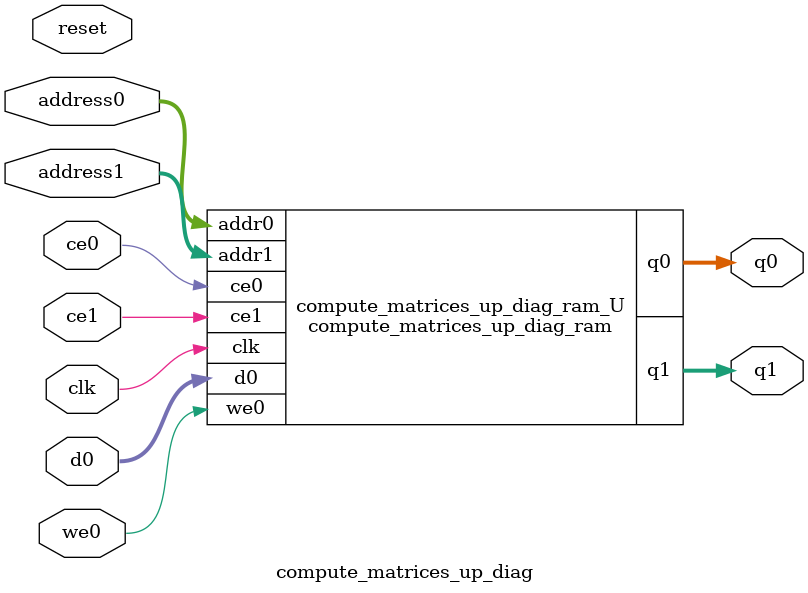
<source format=v>
`timescale 1 ns / 1 ps
module compute_matrices_up_diag_ram (addr0, ce0, d0, we0, q0, addr1, ce1, q1,  clk);

parameter DWIDTH = 32;
parameter AWIDTH = 8;
parameter MEM_SIZE = 256;

input[AWIDTH-1:0] addr0;
input ce0;
input[DWIDTH-1:0] d0;
input we0;
output reg[DWIDTH-1:0] q0;
input[AWIDTH-1:0] addr1;
input ce1;
output reg[DWIDTH-1:0] q1;
input clk;

reg [DWIDTH-1:0] ram0[0:MEM_SIZE-1];



always @(posedge clk)  
begin 
    if (ce0) begin
        if (we0) 
            ram0[addr0] <= d0; 
        q0 <= ram0[addr0];
    end
end


always @(posedge clk)  
begin 
    if (ce1) begin
        q1 <= ram0[addr1];
    end
end


endmodule

`timescale 1 ns / 1 ps
module compute_matrices_up_diag(
    reset,
    clk,
    address0,
    ce0,
    we0,
    d0,
    q0,
    address1,
    ce1,
    q1);

parameter DataWidth = 32'd32;
parameter AddressRange = 32'd256;
parameter AddressWidth = 32'd8;
input reset;
input clk;
input[AddressWidth - 1:0] address0;
input ce0;
input we0;
input[DataWidth - 1:0] d0;
output[DataWidth - 1:0] q0;
input[AddressWidth - 1:0] address1;
input ce1;
output[DataWidth - 1:0] q1;



compute_matrices_up_diag_ram compute_matrices_up_diag_ram_U(
    .clk( clk ),
    .addr0( address0 ),
    .ce0( ce0 ),
    .we0( we0 ),
    .d0( d0 ),
    .q0( q0 ),
    .addr1( address1 ),
    .ce1( ce1 ),
    .q1( q1 ));

endmodule


</source>
